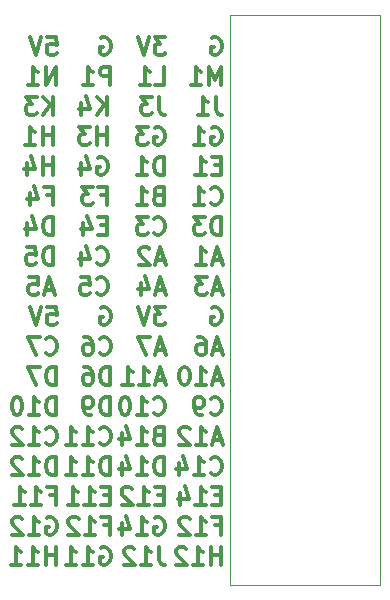
<source format=gbr>
%TF.GenerationSoftware,KiCad,Pcbnew,7.0.9*%
%TF.CreationDate,2024-12-09T19:17:55-07:00*%
%TF.ProjectId,Extender_Board,45787465-6e64-4657-925f-426f6172642e,rev?*%
%TF.SameCoordinates,Original*%
%TF.FileFunction,Legend,Bot*%
%TF.FilePolarity,Positive*%
%FSLAX46Y46*%
G04 Gerber Fmt 4.6, Leading zero omitted, Abs format (unit mm)*
G04 Created by KiCad (PCBNEW 7.0.9) date 2024-12-09 19:17:55*
%MOMM*%
%LPD*%
G01*
G04 APERTURE LIST*
%ADD10C,0.300000*%
%ADD11C,0.100000*%
G04 APERTURE END LIST*
D10*
X114904346Y-77802828D02*
X113975774Y-77802828D01*
X113975774Y-77802828D02*
X114475774Y-78374257D01*
X114475774Y-78374257D02*
X114261489Y-78374257D01*
X114261489Y-78374257D02*
X114118632Y-78445685D01*
X114118632Y-78445685D02*
X114047203Y-78517114D01*
X114047203Y-78517114D02*
X113975774Y-78659971D01*
X113975774Y-78659971D02*
X113975774Y-79017114D01*
X113975774Y-79017114D02*
X114047203Y-79159971D01*
X114047203Y-79159971D02*
X114118632Y-79231400D01*
X114118632Y-79231400D02*
X114261489Y-79302828D01*
X114261489Y-79302828D02*
X114690060Y-79302828D01*
X114690060Y-79302828D02*
X114832917Y-79231400D01*
X114832917Y-79231400D02*
X114904346Y-79159971D01*
X113547203Y-77802828D02*
X113047203Y-79302828D01*
X113047203Y-79302828D02*
X112547203Y-77802828D01*
X119587489Y-93757114D02*
X119087489Y-93757114D01*
X118873203Y-94542828D02*
X119587489Y-94542828D01*
X119587489Y-94542828D02*
X119587489Y-93042828D01*
X119587489Y-93042828D02*
X118873203Y-93042828D01*
X117444631Y-94542828D02*
X118301774Y-94542828D01*
X117873203Y-94542828D02*
X117873203Y-93042828D01*
X117873203Y-93042828D02*
X118016060Y-93257114D01*
X118016060Y-93257114D02*
X118158917Y-93399971D01*
X118158917Y-93399971D02*
X118301774Y-93471400D01*
X116158918Y-93542828D02*
X116158918Y-94542828D01*
X116516060Y-92971400D02*
X116873203Y-94042828D01*
X116873203Y-94042828D02*
X115944632Y-94042828D01*
X118801774Y-77874257D02*
X118944632Y-77802828D01*
X118944632Y-77802828D02*
X119158917Y-77802828D01*
X119158917Y-77802828D02*
X119373203Y-77874257D01*
X119373203Y-77874257D02*
X119516060Y-78017114D01*
X119516060Y-78017114D02*
X119587489Y-78159971D01*
X119587489Y-78159971D02*
X119658917Y-78445685D01*
X119658917Y-78445685D02*
X119658917Y-78659971D01*
X119658917Y-78659971D02*
X119587489Y-78945685D01*
X119587489Y-78945685D02*
X119516060Y-79088542D01*
X119516060Y-79088542D02*
X119373203Y-79231400D01*
X119373203Y-79231400D02*
X119158917Y-79302828D01*
X119158917Y-79302828D02*
X119016060Y-79302828D01*
X119016060Y-79302828D02*
X118801774Y-79231400D01*
X118801774Y-79231400D02*
X118730346Y-79159971D01*
X118730346Y-79159971D02*
X118730346Y-78659971D01*
X118730346Y-78659971D02*
X119016060Y-78659971D01*
X118801774Y-62634257D02*
X118944632Y-62562828D01*
X118944632Y-62562828D02*
X119158917Y-62562828D01*
X119158917Y-62562828D02*
X119373203Y-62634257D01*
X119373203Y-62634257D02*
X119516060Y-62777114D01*
X119516060Y-62777114D02*
X119587489Y-62919971D01*
X119587489Y-62919971D02*
X119658917Y-63205685D01*
X119658917Y-63205685D02*
X119658917Y-63419971D01*
X119658917Y-63419971D02*
X119587489Y-63705685D01*
X119587489Y-63705685D02*
X119516060Y-63848542D01*
X119516060Y-63848542D02*
X119373203Y-63991400D01*
X119373203Y-63991400D02*
X119158917Y-64062828D01*
X119158917Y-64062828D02*
X119016060Y-64062828D01*
X119016060Y-64062828D02*
X118801774Y-63991400D01*
X118801774Y-63991400D02*
X118730346Y-63919971D01*
X118730346Y-63919971D02*
X118730346Y-63419971D01*
X118730346Y-63419971D02*
X119016060Y-63419971D01*
X117301774Y-64062828D02*
X118158917Y-64062828D01*
X117730346Y-64062828D02*
X117730346Y-62562828D01*
X117730346Y-62562828D02*
X117873203Y-62777114D01*
X117873203Y-62777114D02*
X118016060Y-62919971D01*
X118016060Y-62919971D02*
X118158917Y-62991400D01*
X104903203Y-54942828D02*
X105617489Y-54942828D01*
X105617489Y-54942828D02*
X105688917Y-55657114D01*
X105688917Y-55657114D02*
X105617489Y-55585685D01*
X105617489Y-55585685D02*
X105474632Y-55514257D01*
X105474632Y-55514257D02*
X105117489Y-55514257D01*
X105117489Y-55514257D02*
X104974632Y-55585685D01*
X104974632Y-55585685D02*
X104903203Y-55657114D01*
X104903203Y-55657114D02*
X104831774Y-55799971D01*
X104831774Y-55799971D02*
X104831774Y-56157114D01*
X104831774Y-56157114D02*
X104903203Y-56299971D01*
X104903203Y-56299971D02*
X104974632Y-56371400D01*
X104974632Y-56371400D02*
X105117489Y-56442828D01*
X105117489Y-56442828D02*
X105474632Y-56442828D01*
X105474632Y-56442828D02*
X105617489Y-56371400D01*
X105617489Y-56371400D02*
X105688917Y-56299971D01*
X104403203Y-54942828D02*
X103903203Y-56442828D01*
X103903203Y-56442828D02*
X103403203Y-54942828D01*
X119087489Y-96297114D02*
X119587489Y-96297114D01*
X119587489Y-97082828D02*
X119587489Y-95582828D01*
X119587489Y-95582828D02*
X118873203Y-95582828D01*
X117516060Y-97082828D02*
X118373203Y-97082828D01*
X117944632Y-97082828D02*
X117944632Y-95582828D01*
X117944632Y-95582828D02*
X118087489Y-95797114D01*
X118087489Y-95797114D02*
X118230346Y-95939971D01*
X118230346Y-95939971D02*
X118373203Y-96011400D01*
X116944632Y-95725685D02*
X116873204Y-95654257D01*
X116873204Y-95654257D02*
X116730347Y-95582828D01*
X116730347Y-95582828D02*
X116373204Y-95582828D01*
X116373204Y-95582828D02*
X116230347Y-95654257D01*
X116230347Y-95654257D02*
X116158918Y-95725685D01*
X116158918Y-95725685D02*
X116087489Y-95868542D01*
X116087489Y-95868542D02*
X116087489Y-96011400D01*
X116087489Y-96011400D02*
X116158918Y-96225685D01*
X116158918Y-96225685D02*
X117016061Y-97082828D01*
X117016061Y-97082828D02*
X116087489Y-97082828D01*
X110189489Y-58982828D02*
X110189489Y-57482828D01*
X110189489Y-57482828D02*
X109618060Y-57482828D01*
X109618060Y-57482828D02*
X109475203Y-57554257D01*
X109475203Y-57554257D02*
X109403774Y-57625685D01*
X109403774Y-57625685D02*
X109332346Y-57768542D01*
X109332346Y-57768542D02*
X109332346Y-57982828D01*
X109332346Y-57982828D02*
X109403774Y-58125685D01*
X109403774Y-58125685D02*
X109475203Y-58197114D01*
X109475203Y-58197114D02*
X109618060Y-58268542D01*
X109618060Y-58268542D02*
X110189489Y-58268542D01*
X107903774Y-58982828D02*
X108760917Y-58982828D01*
X108332346Y-58982828D02*
X108332346Y-57482828D01*
X108332346Y-57482828D02*
X108475203Y-57697114D01*
X108475203Y-57697114D02*
X108618060Y-57839971D01*
X108618060Y-57839971D02*
X108760917Y-57911400D01*
X118730346Y-68999971D02*
X118801774Y-69071400D01*
X118801774Y-69071400D02*
X119016060Y-69142828D01*
X119016060Y-69142828D02*
X119158917Y-69142828D01*
X119158917Y-69142828D02*
X119373203Y-69071400D01*
X119373203Y-69071400D02*
X119516060Y-68928542D01*
X119516060Y-68928542D02*
X119587489Y-68785685D01*
X119587489Y-68785685D02*
X119658917Y-68499971D01*
X119658917Y-68499971D02*
X119658917Y-68285685D01*
X119658917Y-68285685D02*
X119587489Y-67999971D01*
X119587489Y-67999971D02*
X119516060Y-67857114D01*
X119516060Y-67857114D02*
X119373203Y-67714257D01*
X119373203Y-67714257D02*
X119158917Y-67642828D01*
X119158917Y-67642828D02*
X119016060Y-67642828D01*
X119016060Y-67642828D02*
X118801774Y-67714257D01*
X118801774Y-67714257D02*
X118730346Y-67785685D01*
X117301774Y-69142828D02*
X118158917Y-69142828D01*
X117730346Y-69142828D02*
X117730346Y-67642828D01*
X117730346Y-67642828D02*
X117873203Y-67857114D01*
X117873203Y-67857114D02*
X118016060Y-67999971D01*
X118016060Y-67999971D02*
X118158917Y-68071400D01*
X109403774Y-77874257D02*
X109546632Y-77802828D01*
X109546632Y-77802828D02*
X109760917Y-77802828D01*
X109760917Y-77802828D02*
X109975203Y-77874257D01*
X109975203Y-77874257D02*
X110118060Y-78017114D01*
X110118060Y-78017114D02*
X110189489Y-78159971D01*
X110189489Y-78159971D02*
X110260917Y-78445685D01*
X110260917Y-78445685D02*
X110260917Y-78659971D01*
X110260917Y-78659971D02*
X110189489Y-78945685D01*
X110189489Y-78945685D02*
X110118060Y-79088542D01*
X110118060Y-79088542D02*
X109975203Y-79231400D01*
X109975203Y-79231400D02*
X109760917Y-79302828D01*
X109760917Y-79302828D02*
X109618060Y-79302828D01*
X109618060Y-79302828D02*
X109403774Y-79231400D01*
X109403774Y-79231400D02*
X109332346Y-79159971D01*
X109332346Y-79159971D02*
X109332346Y-78659971D01*
X109332346Y-78659971D02*
X109618060Y-78659971D01*
X119658917Y-76334257D02*
X118944632Y-76334257D01*
X119801774Y-76762828D02*
X119301774Y-75262828D01*
X119301774Y-75262828D02*
X118801774Y-76762828D01*
X118444632Y-75262828D02*
X117516060Y-75262828D01*
X117516060Y-75262828D02*
X118016060Y-75834257D01*
X118016060Y-75834257D02*
X117801775Y-75834257D01*
X117801775Y-75834257D02*
X117658918Y-75905685D01*
X117658918Y-75905685D02*
X117587489Y-75977114D01*
X117587489Y-75977114D02*
X117516060Y-76119971D01*
X117516060Y-76119971D02*
X117516060Y-76477114D01*
X117516060Y-76477114D02*
X117587489Y-76619971D01*
X117587489Y-76619971D02*
X117658918Y-76691400D01*
X117658918Y-76691400D02*
X117801775Y-76762828D01*
X117801775Y-76762828D02*
X118230346Y-76762828D01*
X118230346Y-76762828D02*
X118373203Y-76691400D01*
X118373203Y-76691400D02*
X118444632Y-76619971D01*
X105617489Y-58982828D02*
X105617489Y-57482828D01*
X105617489Y-57482828D02*
X104760346Y-58982828D01*
X104760346Y-58982828D02*
X104760346Y-57482828D01*
X103260345Y-58982828D02*
X104117488Y-58982828D01*
X103688917Y-58982828D02*
X103688917Y-57482828D01*
X103688917Y-57482828D02*
X103831774Y-57697114D01*
X103831774Y-57697114D02*
X103974631Y-57839971D01*
X103974631Y-57839971D02*
X104117488Y-57911400D01*
X104903203Y-77802828D02*
X105617489Y-77802828D01*
X105617489Y-77802828D02*
X105688917Y-78517114D01*
X105688917Y-78517114D02*
X105617489Y-78445685D01*
X105617489Y-78445685D02*
X105474632Y-78374257D01*
X105474632Y-78374257D02*
X105117489Y-78374257D01*
X105117489Y-78374257D02*
X104974632Y-78445685D01*
X104974632Y-78445685D02*
X104903203Y-78517114D01*
X104903203Y-78517114D02*
X104831774Y-78659971D01*
X104831774Y-78659971D02*
X104831774Y-79017114D01*
X104831774Y-79017114D02*
X104903203Y-79159971D01*
X104903203Y-79159971D02*
X104974632Y-79231400D01*
X104974632Y-79231400D02*
X105117489Y-79302828D01*
X105117489Y-79302828D02*
X105474632Y-79302828D01*
X105474632Y-79302828D02*
X105617489Y-79231400D01*
X105617489Y-79231400D02*
X105688917Y-79159971D01*
X104403203Y-77802828D02*
X103903203Y-79302828D01*
X103903203Y-79302828D02*
X103403203Y-77802828D01*
X119587489Y-99622828D02*
X119587489Y-98122828D01*
X119587489Y-98837114D02*
X118730346Y-98837114D01*
X118730346Y-99622828D02*
X118730346Y-98122828D01*
X117230345Y-99622828D02*
X118087488Y-99622828D01*
X117658917Y-99622828D02*
X117658917Y-98122828D01*
X117658917Y-98122828D02*
X117801774Y-98337114D01*
X117801774Y-98337114D02*
X117944631Y-98479971D01*
X117944631Y-98479971D02*
X118087488Y-98551400D01*
X116658917Y-98265685D02*
X116587489Y-98194257D01*
X116587489Y-98194257D02*
X116444632Y-98122828D01*
X116444632Y-98122828D02*
X116087489Y-98122828D01*
X116087489Y-98122828D02*
X115944632Y-98194257D01*
X115944632Y-98194257D02*
X115873203Y-98265685D01*
X115873203Y-98265685D02*
X115801774Y-98408542D01*
X115801774Y-98408542D02*
X115801774Y-98551400D01*
X115801774Y-98551400D02*
X115873203Y-98765685D01*
X115873203Y-98765685D02*
X116730346Y-99622828D01*
X116730346Y-99622828D02*
X115801774Y-99622828D01*
X119658917Y-81414257D02*
X118944632Y-81414257D01*
X119801774Y-81842828D02*
X119301774Y-80342828D01*
X119301774Y-80342828D02*
X118801774Y-81842828D01*
X117658918Y-80342828D02*
X117944632Y-80342828D01*
X117944632Y-80342828D02*
X118087489Y-80414257D01*
X118087489Y-80414257D02*
X118158918Y-80485685D01*
X118158918Y-80485685D02*
X118301775Y-80699971D01*
X118301775Y-80699971D02*
X118373203Y-80985685D01*
X118373203Y-80985685D02*
X118373203Y-81557114D01*
X118373203Y-81557114D02*
X118301775Y-81699971D01*
X118301775Y-81699971D02*
X118230346Y-81771400D01*
X118230346Y-81771400D02*
X118087489Y-81842828D01*
X118087489Y-81842828D02*
X117801775Y-81842828D01*
X117801775Y-81842828D02*
X117658918Y-81771400D01*
X117658918Y-81771400D02*
X117587489Y-81699971D01*
X117587489Y-81699971D02*
X117516060Y-81557114D01*
X117516060Y-81557114D02*
X117516060Y-81199971D01*
X117516060Y-81199971D02*
X117587489Y-81057114D01*
X117587489Y-81057114D02*
X117658918Y-80985685D01*
X117658918Y-80985685D02*
X117801775Y-80914257D01*
X117801775Y-80914257D02*
X118087489Y-80914257D01*
X118087489Y-80914257D02*
X118230346Y-80985685D01*
X118230346Y-80985685D02*
X118301775Y-81057114D01*
X118301775Y-81057114D02*
X118373203Y-81199971D01*
X119587489Y-65817114D02*
X119087489Y-65817114D01*
X118873203Y-66602828D02*
X119587489Y-66602828D01*
X119587489Y-66602828D02*
X119587489Y-65102828D01*
X119587489Y-65102828D02*
X118873203Y-65102828D01*
X117444631Y-66602828D02*
X118301774Y-66602828D01*
X117873203Y-66602828D02*
X117873203Y-65102828D01*
X117873203Y-65102828D02*
X118016060Y-65317114D01*
X118016060Y-65317114D02*
X118158917Y-65459971D01*
X118158917Y-65459971D02*
X118301774Y-65531400D01*
X109403774Y-55014257D02*
X109546632Y-54942828D01*
X109546632Y-54942828D02*
X109760917Y-54942828D01*
X109760917Y-54942828D02*
X109975203Y-55014257D01*
X109975203Y-55014257D02*
X110118060Y-55157114D01*
X110118060Y-55157114D02*
X110189489Y-55299971D01*
X110189489Y-55299971D02*
X110260917Y-55585685D01*
X110260917Y-55585685D02*
X110260917Y-55799971D01*
X110260917Y-55799971D02*
X110189489Y-56085685D01*
X110189489Y-56085685D02*
X110118060Y-56228542D01*
X110118060Y-56228542D02*
X109975203Y-56371400D01*
X109975203Y-56371400D02*
X109760917Y-56442828D01*
X109760917Y-56442828D02*
X109618060Y-56442828D01*
X109618060Y-56442828D02*
X109403774Y-56371400D01*
X109403774Y-56371400D02*
X109332346Y-56299971D01*
X109332346Y-56299971D02*
X109332346Y-55799971D01*
X109332346Y-55799971D02*
X109618060Y-55799971D01*
X119658917Y-89034257D02*
X118944632Y-89034257D01*
X119801774Y-89462828D02*
X119301774Y-87962828D01*
X119301774Y-87962828D02*
X118801774Y-89462828D01*
X117516060Y-89462828D02*
X118373203Y-89462828D01*
X117944632Y-89462828D02*
X117944632Y-87962828D01*
X117944632Y-87962828D02*
X118087489Y-88177114D01*
X118087489Y-88177114D02*
X118230346Y-88319971D01*
X118230346Y-88319971D02*
X118373203Y-88391400D01*
X116944632Y-88105685D02*
X116873204Y-88034257D01*
X116873204Y-88034257D02*
X116730347Y-87962828D01*
X116730347Y-87962828D02*
X116373204Y-87962828D01*
X116373204Y-87962828D02*
X116230347Y-88034257D01*
X116230347Y-88034257D02*
X116158918Y-88105685D01*
X116158918Y-88105685D02*
X116087489Y-88248542D01*
X116087489Y-88248542D02*
X116087489Y-88391400D01*
X116087489Y-88391400D02*
X116158918Y-88605685D01*
X116158918Y-88605685D02*
X117016061Y-89462828D01*
X117016061Y-89462828D02*
X116087489Y-89462828D01*
X114904346Y-54942828D02*
X113975774Y-54942828D01*
X113975774Y-54942828D02*
X114475774Y-55514257D01*
X114475774Y-55514257D02*
X114261489Y-55514257D01*
X114261489Y-55514257D02*
X114118632Y-55585685D01*
X114118632Y-55585685D02*
X114047203Y-55657114D01*
X114047203Y-55657114D02*
X113975774Y-55799971D01*
X113975774Y-55799971D02*
X113975774Y-56157114D01*
X113975774Y-56157114D02*
X114047203Y-56299971D01*
X114047203Y-56299971D02*
X114118632Y-56371400D01*
X114118632Y-56371400D02*
X114261489Y-56442828D01*
X114261489Y-56442828D02*
X114690060Y-56442828D01*
X114690060Y-56442828D02*
X114832917Y-56371400D01*
X114832917Y-56371400D02*
X114904346Y-56299971D01*
X113547203Y-54942828D02*
X113047203Y-56442828D01*
X113047203Y-56442828D02*
X112547203Y-54942828D01*
X119658917Y-73794257D02*
X118944632Y-73794257D01*
X119801774Y-74222828D02*
X119301774Y-72722828D01*
X119301774Y-72722828D02*
X118801774Y-74222828D01*
X117516060Y-74222828D02*
X118373203Y-74222828D01*
X117944632Y-74222828D02*
X117944632Y-72722828D01*
X117944632Y-72722828D02*
X118087489Y-72937114D01*
X118087489Y-72937114D02*
X118230346Y-73079971D01*
X118230346Y-73079971D02*
X118373203Y-73151400D01*
X119158917Y-60022828D02*
X119158917Y-61094257D01*
X119158917Y-61094257D02*
X119230346Y-61308542D01*
X119230346Y-61308542D02*
X119373203Y-61451400D01*
X119373203Y-61451400D02*
X119587489Y-61522828D01*
X119587489Y-61522828D02*
X119730346Y-61522828D01*
X117658917Y-61522828D02*
X118516060Y-61522828D01*
X118087489Y-61522828D02*
X118087489Y-60022828D01*
X118087489Y-60022828D02*
X118230346Y-60237114D01*
X118230346Y-60237114D02*
X118373203Y-60379971D01*
X118373203Y-60379971D02*
X118516060Y-60451400D01*
X118730346Y-91859971D02*
X118801774Y-91931400D01*
X118801774Y-91931400D02*
X119016060Y-92002828D01*
X119016060Y-92002828D02*
X119158917Y-92002828D01*
X119158917Y-92002828D02*
X119373203Y-91931400D01*
X119373203Y-91931400D02*
X119516060Y-91788542D01*
X119516060Y-91788542D02*
X119587489Y-91645685D01*
X119587489Y-91645685D02*
X119658917Y-91359971D01*
X119658917Y-91359971D02*
X119658917Y-91145685D01*
X119658917Y-91145685D02*
X119587489Y-90859971D01*
X119587489Y-90859971D02*
X119516060Y-90717114D01*
X119516060Y-90717114D02*
X119373203Y-90574257D01*
X119373203Y-90574257D02*
X119158917Y-90502828D01*
X119158917Y-90502828D02*
X119016060Y-90502828D01*
X119016060Y-90502828D02*
X118801774Y-90574257D01*
X118801774Y-90574257D02*
X118730346Y-90645685D01*
X117301774Y-92002828D02*
X118158917Y-92002828D01*
X117730346Y-92002828D02*
X117730346Y-90502828D01*
X117730346Y-90502828D02*
X117873203Y-90717114D01*
X117873203Y-90717114D02*
X118016060Y-90859971D01*
X118016060Y-90859971D02*
X118158917Y-90931400D01*
X116016061Y-91002828D02*
X116016061Y-92002828D01*
X116373203Y-90431400D02*
X116730346Y-91502828D01*
X116730346Y-91502828D02*
X115801775Y-91502828D01*
X118730346Y-86779971D02*
X118801774Y-86851400D01*
X118801774Y-86851400D02*
X119016060Y-86922828D01*
X119016060Y-86922828D02*
X119158917Y-86922828D01*
X119158917Y-86922828D02*
X119373203Y-86851400D01*
X119373203Y-86851400D02*
X119516060Y-86708542D01*
X119516060Y-86708542D02*
X119587489Y-86565685D01*
X119587489Y-86565685D02*
X119658917Y-86279971D01*
X119658917Y-86279971D02*
X119658917Y-86065685D01*
X119658917Y-86065685D02*
X119587489Y-85779971D01*
X119587489Y-85779971D02*
X119516060Y-85637114D01*
X119516060Y-85637114D02*
X119373203Y-85494257D01*
X119373203Y-85494257D02*
X119158917Y-85422828D01*
X119158917Y-85422828D02*
X119016060Y-85422828D01*
X119016060Y-85422828D02*
X118801774Y-85494257D01*
X118801774Y-85494257D02*
X118730346Y-85565685D01*
X118016060Y-86922828D02*
X117730346Y-86922828D01*
X117730346Y-86922828D02*
X117587489Y-86851400D01*
X117587489Y-86851400D02*
X117516060Y-86779971D01*
X117516060Y-86779971D02*
X117373203Y-86565685D01*
X117373203Y-86565685D02*
X117301774Y-86279971D01*
X117301774Y-86279971D02*
X117301774Y-85708542D01*
X117301774Y-85708542D02*
X117373203Y-85565685D01*
X117373203Y-85565685D02*
X117444632Y-85494257D01*
X117444632Y-85494257D02*
X117587489Y-85422828D01*
X117587489Y-85422828D02*
X117873203Y-85422828D01*
X117873203Y-85422828D02*
X118016060Y-85494257D01*
X118016060Y-85494257D02*
X118087489Y-85565685D01*
X118087489Y-85565685D02*
X118158917Y-85708542D01*
X118158917Y-85708542D02*
X118158917Y-86065685D01*
X118158917Y-86065685D02*
X118087489Y-86208542D01*
X118087489Y-86208542D02*
X118016060Y-86279971D01*
X118016060Y-86279971D02*
X117873203Y-86351400D01*
X117873203Y-86351400D02*
X117587489Y-86351400D01*
X117587489Y-86351400D02*
X117444632Y-86279971D01*
X117444632Y-86279971D02*
X117373203Y-86208542D01*
X117373203Y-86208542D02*
X117301774Y-86065685D01*
X119587489Y-71682828D02*
X119587489Y-70182828D01*
X119587489Y-70182828D02*
X119230346Y-70182828D01*
X119230346Y-70182828D02*
X119016060Y-70254257D01*
X119016060Y-70254257D02*
X118873203Y-70397114D01*
X118873203Y-70397114D02*
X118801774Y-70539971D01*
X118801774Y-70539971D02*
X118730346Y-70825685D01*
X118730346Y-70825685D02*
X118730346Y-71039971D01*
X118730346Y-71039971D02*
X118801774Y-71325685D01*
X118801774Y-71325685D02*
X118873203Y-71468542D01*
X118873203Y-71468542D02*
X119016060Y-71611400D01*
X119016060Y-71611400D02*
X119230346Y-71682828D01*
X119230346Y-71682828D02*
X119587489Y-71682828D01*
X118230346Y-70182828D02*
X117301774Y-70182828D01*
X117301774Y-70182828D02*
X117801774Y-70754257D01*
X117801774Y-70754257D02*
X117587489Y-70754257D01*
X117587489Y-70754257D02*
X117444632Y-70825685D01*
X117444632Y-70825685D02*
X117373203Y-70897114D01*
X117373203Y-70897114D02*
X117301774Y-71039971D01*
X117301774Y-71039971D02*
X117301774Y-71397114D01*
X117301774Y-71397114D02*
X117373203Y-71539971D01*
X117373203Y-71539971D02*
X117444632Y-71611400D01*
X117444632Y-71611400D02*
X117587489Y-71682828D01*
X117587489Y-71682828D02*
X118016060Y-71682828D01*
X118016060Y-71682828D02*
X118158917Y-71611400D01*
X118158917Y-71611400D02*
X118230346Y-71539971D01*
X119587489Y-58982828D02*
X119587489Y-57482828D01*
X119587489Y-57482828D02*
X119087489Y-58554257D01*
X119087489Y-58554257D02*
X118587489Y-57482828D01*
X118587489Y-57482828D02*
X118587489Y-58982828D01*
X117087488Y-58982828D02*
X117944631Y-58982828D01*
X117516060Y-58982828D02*
X117516060Y-57482828D01*
X117516060Y-57482828D02*
X117658917Y-57697114D01*
X117658917Y-57697114D02*
X117801774Y-57839971D01*
X117801774Y-57839971D02*
X117944631Y-57911400D01*
X114047203Y-58982828D02*
X114761489Y-58982828D01*
X114761489Y-58982828D02*
X114761489Y-57482828D01*
X112761488Y-58982828D02*
X113618631Y-58982828D01*
X113190060Y-58982828D02*
X113190060Y-57482828D01*
X113190060Y-57482828D02*
X113332917Y-57697114D01*
X113332917Y-57697114D02*
X113475774Y-57839971D01*
X113475774Y-57839971D02*
X113618631Y-57911400D01*
X119658917Y-83954257D02*
X118944632Y-83954257D01*
X119801774Y-84382828D02*
X119301774Y-82882828D01*
X119301774Y-82882828D02*
X118801774Y-84382828D01*
X117516060Y-84382828D02*
X118373203Y-84382828D01*
X117944632Y-84382828D02*
X117944632Y-82882828D01*
X117944632Y-82882828D02*
X118087489Y-83097114D01*
X118087489Y-83097114D02*
X118230346Y-83239971D01*
X118230346Y-83239971D02*
X118373203Y-83311400D01*
X116587489Y-82882828D02*
X116444632Y-82882828D01*
X116444632Y-82882828D02*
X116301775Y-82954257D01*
X116301775Y-82954257D02*
X116230347Y-83025685D01*
X116230347Y-83025685D02*
X116158918Y-83168542D01*
X116158918Y-83168542D02*
X116087489Y-83454257D01*
X116087489Y-83454257D02*
X116087489Y-83811400D01*
X116087489Y-83811400D02*
X116158918Y-84097114D01*
X116158918Y-84097114D02*
X116230347Y-84239971D01*
X116230347Y-84239971D02*
X116301775Y-84311400D01*
X116301775Y-84311400D02*
X116444632Y-84382828D01*
X116444632Y-84382828D02*
X116587489Y-84382828D01*
X116587489Y-84382828D02*
X116730347Y-84311400D01*
X116730347Y-84311400D02*
X116801775Y-84239971D01*
X116801775Y-84239971D02*
X116873204Y-84097114D01*
X116873204Y-84097114D02*
X116944632Y-83811400D01*
X116944632Y-83811400D02*
X116944632Y-83454257D01*
X116944632Y-83454257D02*
X116873204Y-83168542D01*
X116873204Y-83168542D02*
X116801775Y-83025685D01*
X116801775Y-83025685D02*
X116730347Y-82954257D01*
X116730347Y-82954257D02*
X116587489Y-82882828D01*
X118801774Y-55014257D02*
X118944632Y-54942828D01*
X118944632Y-54942828D02*
X119158917Y-54942828D01*
X119158917Y-54942828D02*
X119373203Y-55014257D01*
X119373203Y-55014257D02*
X119516060Y-55157114D01*
X119516060Y-55157114D02*
X119587489Y-55299971D01*
X119587489Y-55299971D02*
X119658917Y-55585685D01*
X119658917Y-55585685D02*
X119658917Y-55799971D01*
X119658917Y-55799971D02*
X119587489Y-56085685D01*
X119587489Y-56085685D02*
X119516060Y-56228542D01*
X119516060Y-56228542D02*
X119373203Y-56371400D01*
X119373203Y-56371400D02*
X119158917Y-56442828D01*
X119158917Y-56442828D02*
X119016060Y-56442828D01*
X119016060Y-56442828D02*
X118801774Y-56371400D01*
X118801774Y-56371400D02*
X118730346Y-56299971D01*
X118730346Y-56299971D02*
X118730346Y-55799971D01*
X118730346Y-55799971D02*
X119016060Y-55799971D01*
X109403774Y-98194257D02*
X109546632Y-98122828D01*
X109546632Y-98122828D02*
X109760917Y-98122828D01*
X109760917Y-98122828D02*
X109975203Y-98194257D01*
X109975203Y-98194257D02*
X110118060Y-98337114D01*
X110118060Y-98337114D02*
X110189489Y-98479971D01*
X110189489Y-98479971D02*
X110260917Y-98765685D01*
X110260917Y-98765685D02*
X110260917Y-98979971D01*
X110260917Y-98979971D02*
X110189489Y-99265685D01*
X110189489Y-99265685D02*
X110118060Y-99408542D01*
X110118060Y-99408542D02*
X109975203Y-99551400D01*
X109975203Y-99551400D02*
X109760917Y-99622828D01*
X109760917Y-99622828D02*
X109618060Y-99622828D01*
X109618060Y-99622828D02*
X109403774Y-99551400D01*
X109403774Y-99551400D02*
X109332346Y-99479971D01*
X109332346Y-99479971D02*
X109332346Y-98979971D01*
X109332346Y-98979971D02*
X109618060Y-98979971D01*
X107903774Y-99622828D02*
X108760917Y-99622828D01*
X108332346Y-99622828D02*
X108332346Y-98122828D01*
X108332346Y-98122828D02*
X108475203Y-98337114D01*
X108475203Y-98337114D02*
X108618060Y-98479971D01*
X108618060Y-98479971D02*
X108760917Y-98551400D01*
X106475203Y-99622828D02*
X107332346Y-99622828D01*
X106903775Y-99622828D02*
X106903775Y-98122828D01*
X106903775Y-98122828D02*
X107046632Y-98337114D01*
X107046632Y-98337114D02*
X107189489Y-98479971D01*
X107189489Y-98479971D02*
X107332346Y-98551400D01*
X110189489Y-84382828D02*
X110189489Y-82882828D01*
X110189489Y-82882828D02*
X109832346Y-82882828D01*
X109832346Y-82882828D02*
X109618060Y-82954257D01*
X109618060Y-82954257D02*
X109475203Y-83097114D01*
X109475203Y-83097114D02*
X109403774Y-83239971D01*
X109403774Y-83239971D02*
X109332346Y-83525685D01*
X109332346Y-83525685D02*
X109332346Y-83739971D01*
X109332346Y-83739971D02*
X109403774Y-84025685D01*
X109403774Y-84025685D02*
X109475203Y-84168542D01*
X109475203Y-84168542D02*
X109618060Y-84311400D01*
X109618060Y-84311400D02*
X109832346Y-84382828D01*
X109832346Y-84382828D02*
X110189489Y-84382828D01*
X108046632Y-82882828D02*
X108332346Y-82882828D01*
X108332346Y-82882828D02*
X108475203Y-82954257D01*
X108475203Y-82954257D02*
X108546632Y-83025685D01*
X108546632Y-83025685D02*
X108689489Y-83239971D01*
X108689489Y-83239971D02*
X108760917Y-83525685D01*
X108760917Y-83525685D02*
X108760917Y-84097114D01*
X108760917Y-84097114D02*
X108689489Y-84239971D01*
X108689489Y-84239971D02*
X108618060Y-84311400D01*
X108618060Y-84311400D02*
X108475203Y-84382828D01*
X108475203Y-84382828D02*
X108189489Y-84382828D01*
X108189489Y-84382828D02*
X108046632Y-84311400D01*
X108046632Y-84311400D02*
X107975203Y-84239971D01*
X107975203Y-84239971D02*
X107903774Y-84097114D01*
X107903774Y-84097114D02*
X107903774Y-83739971D01*
X107903774Y-83739971D02*
X107975203Y-83597114D01*
X107975203Y-83597114D02*
X108046632Y-83525685D01*
X108046632Y-83525685D02*
X108189489Y-83454257D01*
X108189489Y-83454257D02*
X108475203Y-83454257D01*
X108475203Y-83454257D02*
X108618060Y-83525685D01*
X108618060Y-83525685D02*
X108689489Y-83597114D01*
X108689489Y-83597114D02*
X108760917Y-83739971D01*
X104863489Y-68357114D02*
X105363489Y-68357114D01*
X105363489Y-69142828D02*
X105363489Y-67642828D01*
X105363489Y-67642828D02*
X104649203Y-67642828D01*
X103434918Y-68142828D02*
X103434918Y-69142828D01*
X103792060Y-67571400D02*
X104149203Y-68642828D01*
X104149203Y-68642828D02*
X103220632Y-68642828D01*
X114332917Y-98122828D02*
X114332917Y-99194257D01*
X114332917Y-99194257D02*
X114404346Y-99408542D01*
X114404346Y-99408542D02*
X114547203Y-99551400D01*
X114547203Y-99551400D02*
X114761489Y-99622828D01*
X114761489Y-99622828D02*
X114904346Y-99622828D01*
X112832917Y-99622828D02*
X113690060Y-99622828D01*
X113261489Y-99622828D02*
X113261489Y-98122828D01*
X113261489Y-98122828D02*
X113404346Y-98337114D01*
X113404346Y-98337114D02*
X113547203Y-98479971D01*
X113547203Y-98479971D02*
X113690060Y-98551400D01*
X112261489Y-98265685D02*
X112190061Y-98194257D01*
X112190061Y-98194257D02*
X112047204Y-98122828D01*
X112047204Y-98122828D02*
X111690061Y-98122828D01*
X111690061Y-98122828D02*
X111547204Y-98194257D01*
X111547204Y-98194257D02*
X111475775Y-98265685D01*
X111475775Y-98265685D02*
X111404346Y-98408542D01*
X111404346Y-98408542D02*
X111404346Y-98551400D01*
X111404346Y-98551400D02*
X111475775Y-98765685D01*
X111475775Y-98765685D02*
X112332918Y-99622828D01*
X112332918Y-99622828D02*
X111404346Y-99622828D01*
X105363489Y-61522828D02*
X105363489Y-60022828D01*
X104506346Y-61522828D02*
X105149203Y-60665685D01*
X104506346Y-60022828D02*
X105363489Y-60879971D01*
X104006346Y-60022828D02*
X103077774Y-60022828D01*
X103077774Y-60022828D02*
X103577774Y-60594257D01*
X103577774Y-60594257D02*
X103363489Y-60594257D01*
X103363489Y-60594257D02*
X103220632Y-60665685D01*
X103220632Y-60665685D02*
X103149203Y-60737114D01*
X103149203Y-60737114D02*
X103077774Y-60879971D01*
X103077774Y-60879971D02*
X103077774Y-61237114D01*
X103077774Y-61237114D02*
X103149203Y-61379971D01*
X103149203Y-61379971D02*
X103220632Y-61451400D01*
X103220632Y-61451400D02*
X103363489Y-61522828D01*
X103363489Y-61522828D02*
X103792060Y-61522828D01*
X103792060Y-61522828D02*
X103934917Y-61451400D01*
X103934917Y-61451400D02*
X104006346Y-61379971D01*
X104760346Y-81699971D02*
X104831774Y-81771400D01*
X104831774Y-81771400D02*
X105046060Y-81842828D01*
X105046060Y-81842828D02*
X105188917Y-81842828D01*
X105188917Y-81842828D02*
X105403203Y-81771400D01*
X105403203Y-81771400D02*
X105546060Y-81628542D01*
X105546060Y-81628542D02*
X105617489Y-81485685D01*
X105617489Y-81485685D02*
X105688917Y-81199971D01*
X105688917Y-81199971D02*
X105688917Y-80985685D01*
X105688917Y-80985685D02*
X105617489Y-80699971D01*
X105617489Y-80699971D02*
X105546060Y-80557114D01*
X105546060Y-80557114D02*
X105403203Y-80414257D01*
X105403203Y-80414257D02*
X105188917Y-80342828D01*
X105188917Y-80342828D02*
X105046060Y-80342828D01*
X105046060Y-80342828D02*
X104831774Y-80414257D01*
X104831774Y-80414257D02*
X104760346Y-80485685D01*
X104260346Y-80342828D02*
X103260346Y-80342828D01*
X103260346Y-80342828D02*
X103903203Y-81842828D01*
X109332346Y-81699971D02*
X109403774Y-81771400D01*
X109403774Y-81771400D02*
X109618060Y-81842828D01*
X109618060Y-81842828D02*
X109760917Y-81842828D01*
X109760917Y-81842828D02*
X109975203Y-81771400D01*
X109975203Y-81771400D02*
X110118060Y-81628542D01*
X110118060Y-81628542D02*
X110189489Y-81485685D01*
X110189489Y-81485685D02*
X110260917Y-81199971D01*
X110260917Y-81199971D02*
X110260917Y-80985685D01*
X110260917Y-80985685D02*
X110189489Y-80699971D01*
X110189489Y-80699971D02*
X110118060Y-80557114D01*
X110118060Y-80557114D02*
X109975203Y-80414257D01*
X109975203Y-80414257D02*
X109760917Y-80342828D01*
X109760917Y-80342828D02*
X109618060Y-80342828D01*
X109618060Y-80342828D02*
X109403774Y-80414257D01*
X109403774Y-80414257D02*
X109332346Y-80485685D01*
X108046632Y-80342828D02*
X108332346Y-80342828D01*
X108332346Y-80342828D02*
X108475203Y-80414257D01*
X108475203Y-80414257D02*
X108546632Y-80485685D01*
X108546632Y-80485685D02*
X108689489Y-80699971D01*
X108689489Y-80699971D02*
X108760917Y-80985685D01*
X108760917Y-80985685D02*
X108760917Y-81557114D01*
X108760917Y-81557114D02*
X108689489Y-81699971D01*
X108689489Y-81699971D02*
X108618060Y-81771400D01*
X108618060Y-81771400D02*
X108475203Y-81842828D01*
X108475203Y-81842828D02*
X108189489Y-81842828D01*
X108189489Y-81842828D02*
X108046632Y-81771400D01*
X108046632Y-81771400D02*
X107975203Y-81699971D01*
X107975203Y-81699971D02*
X107903774Y-81557114D01*
X107903774Y-81557114D02*
X107903774Y-81199971D01*
X107903774Y-81199971D02*
X107975203Y-81057114D01*
X107975203Y-81057114D02*
X108046632Y-80985685D01*
X108046632Y-80985685D02*
X108189489Y-80914257D01*
X108189489Y-80914257D02*
X108475203Y-80914257D01*
X108475203Y-80914257D02*
X108618060Y-80985685D01*
X108618060Y-80985685D02*
X108689489Y-81057114D01*
X108689489Y-81057114D02*
X108760917Y-81199971D01*
X114261489Y-88677114D02*
X114047203Y-88748542D01*
X114047203Y-88748542D02*
X113975774Y-88819971D01*
X113975774Y-88819971D02*
X113904346Y-88962828D01*
X113904346Y-88962828D02*
X113904346Y-89177114D01*
X113904346Y-89177114D02*
X113975774Y-89319971D01*
X113975774Y-89319971D02*
X114047203Y-89391400D01*
X114047203Y-89391400D02*
X114190060Y-89462828D01*
X114190060Y-89462828D02*
X114761489Y-89462828D01*
X114761489Y-89462828D02*
X114761489Y-87962828D01*
X114761489Y-87962828D02*
X114261489Y-87962828D01*
X114261489Y-87962828D02*
X114118632Y-88034257D01*
X114118632Y-88034257D02*
X114047203Y-88105685D01*
X114047203Y-88105685D02*
X113975774Y-88248542D01*
X113975774Y-88248542D02*
X113975774Y-88391400D01*
X113975774Y-88391400D02*
X114047203Y-88534257D01*
X114047203Y-88534257D02*
X114118632Y-88605685D01*
X114118632Y-88605685D02*
X114261489Y-88677114D01*
X114261489Y-88677114D02*
X114761489Y-88677114D01*
X112475774Y-89462828D02*
X113332917Y-89462828D01*
X112904346Y-89462828D02*
X112904346Y-87962828D01*
X112904346Y-87962828D02*
X113047203Y-88177114D01*
X113047203Y-88177114D02*
X113190060Y-88319971D01*
X113190060Y-88319971D02*
X113332917Y-88391400D01*
X111190061Y-88462828D02*
X111190061Y-89462828D01*
X111547203Y-87891400D02*
X111904346Y-88962828D01*
X111904346Y-88962828D02*
X110975775Y-88962828D01*
X105363489Y-74222828D02*
X105363489Y-72722828D01*
X105363489Y-72722828D02*
X105006346Y-72722828D01*
X105006346Y-72722828D02*
X104792060Y-72794257D01*
X104792060Y-72794257D02*
X104649203Y-72937114D01*
X104649203Y-72937114D02*
X104577774Y-73079971D01*
X104577774Y-73079971D02*
X104506346Y-73365685D01*
X104506346Y-73365685D02*
X104506346Y-73579971D01*
X104506346Y-73579971D02*
X104577774Y-73865685D01*
X104577774Y-73865685D02*
X104649203Y-74008542D01*
X104649203Y-74008542D02*
X104792060Y-74151400D01*
X104792060Y-74151400D02*
X105006346Y-74222828D01*
X105006346Y-74222828D02*
X105363489Y-74222828D01*
X103149203Y-72722828D02*
X103863489Y-72722828D01*
X103863489Y-72722828D02*
X103934917Y-73437114D01*
X103934917Y-73437114D02*
X103863489Y-73365685D01*
X103863489Y-73365685D02*
X103720632Y-73294257D01*
X103720632Y-73294257D02*
X103363489Y-73294257D01*
X103363489Y-73294257D02*
X103220632Y-73365685D01*
X103220632Y-73365685D02*
X103149203Y-73437114D01*
X103149203Y-73437114D02*
X103077774Y-73579971D01*
X103077774Y-73579971D02*
X103077774Y-73937114D01*
X103077774Y-73937114D02*
X103149203Y-74079971D01*
X103149203Y-74079971D02*
X103220632Y-74151400D01*
X103220632Y-74151400D02*
X103363489Y-74222828D01*
X103363489Y-74222828D02*
X103720632Y-74222828D01*
X103720632Y-74222828D02*
X103863489Y-74151400D01*
X103863489Y-74151400D02*
X103934917Y-74079971D01*
X114832917Y-83954257D02*
X114118632Y-83954257D01*
X114975774Y-84382828D02*
X114475774Y-82882828D01*
X114475774Y-82882828D02*
X113975774Y-84382828D01*
X112690060Y-84382828D02*
X113547203Y-84382828D01*
X113118632Y-84382828D02*
X113118632Y-82882828D01*
X113118632Y-82882828D02*
X113261489Y-83097114D01*
X113261489Y-83097114D02*
X113404346Y-83239971D01*
X113404346Y-83239971D02*
X113547203Y-83311400D01*
X111261489Y-84382828D02*
X112118632Y-84382828D01*
X111690061Y-84382828D02*
X111690061Y-82882828D01*
X111690061Y-82882828D02*
X111832918Y-83097114D01*
X111832918Y-83097114D02*
X111975775Y-83239971D01*
X111975775Y-83239971D02*
X112118632Y-83311400D01*
X113975774Y-95654257D02*
X114118632Y-95582828D01*
X114118632Y-95582828D02*
X114332917Y-95582828D01*
X114332917Y-95582828D02*
X114547203Y-95654257D01*
X114547203Y-95654257D02*
X114690060Y-95797114D01*
X114690060Y-95797114D02*
X114761489Y-95939971D01*
X114761489Y-95939971D02*
X114832917Y-96225685D01*
X114832917Y-96225685D02*
X114832917Y-96439971D01*
X114832917Y-96439971D02*
X114761489Y-96725685D01*
X114761489Y-96725685D02*
X114690060Y-96868542D01*
X114690060Y-96868542D02*
X114547203Y-97011400D01*
X114547203Y-97011400D02*
X114332917Y-97082828D01*
X114332917Y-97082828D02*
X114190060Y-97082828D01*
X114190060Y-97082828D02*
X113975774Y-97011400D01*
X113975774Y-97011400D02*
X113904346Y-96939971D01*
X113904346Y-96939971D02*
X113904346Y-96439971D01*
X113904346Y-96439971D02*
X114190060Y-96439971D01*
X112475774Y-97082828D02*
X113332917Y-97082828D01*
X112904346Y-97082828D02*
X112904346Y-95582828D01*
X112904346Y-95582828D02*
X113047203Y-95797114D01*
X113047203Y-95797114D02*
X113190060Y-95939971D01*
X113190060Y-95939971D02*
X113332917Y-96011400D01*
X111190061Y-96082828D02*
X111190061Y-97082828D01*
X111547203Y-95511400D02*
X111904346Y-96582828D01*
X111904346Y-96582828D02*
X110975775Y-96582828D01*
X104831774Y-95654257D02*
X104974632Y-95582828D01*
X104974632Y-95582828D02*
X105188917Y-95582828D01*
X105188917Y-95582828D02*
X105403203Y-95654257D01*
X105403203Y-95654257D02*
X105546060Y-95797114D01*
X105546060Y-95797114D02*
X105617489Y-95939971D01*
X105617489Y-95939971D02*
X105688917Y-96225685D01*
X105688917Y-96225685D02*
X105688917Y-96439971D01*
X105688917Y-96439971D02*
X105617489Y-96725685D01*
X105617489Y-96725685D02*
X105546060Y-96868542D01*
X105546060Y-96868542D02*
X105403203Y-97011400D01*
X105403203Y-97011400D02*
X105188917Y-97082828D01*
X105188917Y-97082828D02*
X105046060Y-97082828D01*
X105046060Y-97082828D02*
X104831774Y-97011400D01*
X104831774Y-97011400D02*
X104760346Y-96939971D01*
X104760346Y-96939971D02*
X104760346Y-96439971D01*
X104760346Y-96439971D02*
X105046060Y-96439971D01*
X103331774Y-97082828D02*
X104188917Y-97082828D01*
X103760346Y-97082828D02*
X103760346Y-95582828D01*
X103760346Y-95582828D02*
X103903203Y-95797114D01*
X103903203Y-95797114D02*
X104046060Y-95939971D01*
X104046060Y-95939971D02*
X104188917Y-96011400D01*
X102760346Y-95725685D02*
X102688918Y-95654257D01*
X102688918Y-95654257D02*
X102546061Y-95582828D01*
X102546061Y-95582828D02*
X102188918Y-95582828D01*
X102188918Y-95582828D02*
X102046061Y-95654257D01*
X102046061Y-95654257D02*
X101974632Y-95725685D01*
X101974632Y-95725685D02*
X101903203Y-95868542D01*
X101903203Y-95868542D02*
X101903203Y-96011400D01*
X101903203Y-96011400D02*
X101974632Y-96225685D01*
X101974632Y-96225685D02*
X102831775Y-97082828D01*
X102831775Y-97082828D02*
X101903203Y-97082828D01*
X105617489Y-99622828D02*
X105617489Y-98122828D01*
X105617489Y-98837114D02*
X104760346Y-98837114D01*
X104760346Y-99622828D02*
X104760346Y-98122828D01*
X103260345Y-99622828D02*
X104117488Y-99622828D01*
X103688917Y-99622828D02*
X103688917Y-98122828D01*
X103688917Y-98122828D02*
X103831774Y-98337114D01*
X103831774Y-98337114D02*
X103974631Y-98479971D01*
X103974631Y-98479971D02*
X104117488Y-98551400D01*
X101831774Y-99622828D02*
X102688917Y-99622828D01*
X102260346Y-99622828D02*
X102260346Y-98122828D01*
X102260346Y-98122828D02*
X102403203Y-98337114D01*
X102403203Y-98337114D02*
X102546060Y-98479971D01*
X102546060Y-98479971D02*
X102688917Y-98551400D01*
X110189489Y-93757114D02*
X109689489Y-93757114D01*
X109475203Y-94542828D02*
X110189489Y-94542828D01*
X110189489Y-94542828D02*
X110189489Y-93042828D01*
X110189489Y-93042828D02*
X109475203Y-93042828D01*
X108046631Y-94542828D02*
X108903774Y-94542828D01*
X108475203Y-94542828D02*
X108475203Y-93042828D01*
X108475203Y-93042828D02*
X108618060Y-93257114D01*
X108618060Y-93257114D02*
X108760917Y-93399971D01*
X108760917Y-93399971D02*
X108903774Y-93471400D01*
X106618060Y-94542828D02*
X107475203Y-94542828D01*
X107046632Y-94542828D02*
X107046632Y-93042828D01*
X107046632Y-93042828D02*
X107189489Y-93257114D01*
X107189489Y-93257114D02*
X107332346Y-93399971D01*
X107332346Y-93399971D02*
X107475203Y-93471400D01*
X105617489Y-86922828D02*
X105617489Y-85422828D01*
X105617489Y-85422828D02*
X105260346Y-85422828D01*
X105260346Y-85422828D02*
X105046060Y-85494257D01*
X105046060Y-85494257D02*
X104903203Y-85637114D01*
X104903203Y-85637114D02*
X104831774Y-85779971D01*
X104831774Y-85779971D02*
X104760346Y-86065685D01*
X104760346Y-86065685D02*
X104760346Y-86279971D01*
X104760346Y-86279971D02*
X104831774Y-86565685D01*
X104831774Y-86565685D02*
X104903203Y-86708542D01*
X104903203Y-86708542D02*
X105046060Y-86851400D01*
X105046060Y-86851400D02*
X105260346Y-86922828D01*
X105260346Y-86922828D02*
X105617489Y-86922828D01*
X103331774Y-86922828D02*
X104188917Y-86922828D01*
X103760346Y-86922828D02*
X103760346Y-85422828D01*
X103760346Y-85422828D02*
X103903203Y-85637114D01*
X103903203Y-85637114D02*
X104046060Y-85779971D01*
X104046060Y-85779971D02*
X104188917Y-85851400D01*
X102403203Y-85422828D02*
X102260346Y-85422828D01*
X102260346Y-85422828D02*
X102117489Y-85494257D01*
X102117489Y-85494257D02*
X102046061Y-85565685D01*
X102046061Y-85565685D02*
X101974632Y-85708542D01*
X101974632Y-85708542D02*
X101903203Y-85994257D01*
X101903203Y-85994257D02*
X101903203Y-86351400D01*
X101903203Y-86351400D02*
X101974632Y-86637114D01*
X101974632Y-86637114D02*
X102046061Y-86779971D01*
X102046061Y-86779971D02*
X102117489Y-86851400D01*
X102117489Y-86851400D02*
X102260346Y-86922828D01*
X102260346Y-86922828D02*
X102403203Y-86922828D01*
X102403203Y-86922828D02*
X102546061Y-86851400D01*
X102546061Y-86851400D02*
X102617489Y-86779971D01*
X102617489Y-86779971D02*
X102688918Y-86637114D01*
X102688918Y-86637114D02*
X102760346Y-86351400D01*
X102760346Y-86351400D02*
X102760346Y-85994257D01*
X102760346Y-85994257D02*
X102688918Y-85708542D01*
X102688918Y-85708542D02*
X102617489Y-85565685D01*
X102617489Y-85565685D02*
X102546061Y-85494257D01*
X102546061Y-85494257D02*
X102403203Y-85422828D01*
X114761489Y-93757114D02*
X114261489Y-93757114D01*
X114047203Y-94542828D02*
X114761489Y-94542828D01*
X114761489Y-94542828D02*
X114761489Y-93042828D01*
X114761489Y-93042828D02*
X114047203Y-93042828D01*
X112618631Y-94542828D02*
X113475774Y-94542828D01*
X113047203Y-94542828D02*
X113047203Y-93042828D01*
X113047203Y-93042828D02*
X113190060Y-93257114D01*
X113190060Y-93257114D02*
X113332917Y-93399971D01*
X113332917Y-93399971D02*
X113475774Y-93471400D01*
X112047203Y-93185685D02*
X111975775Y-93114257D01*
X111975775Y-93114257D02*
X111832918Y-93042828D01*
X111832918Y-93042828D02*
X111475775Y-93042828D01*
X111475775Y-93042828D02*
X111332918Y-93114257D01*
X111332918Y-93114257D02*
X111261489Y-93185685D01*
X111261489Y-93185685D02*
X111190060Y-93328542D01*
X111190060Y-93328542D02*
X111190060Y-93471400D01*
X111190060Y-93471400D02*
X111261489Y-93685685D01*
X111261489Y-93685685D02*
X112118632Y-94542828D01*
X112118632Y-94542828D02*
X111190060Y-94542828D01*
X110189489Y-92002828D02*
X110189489Y-90502828D01*
X110189489Y-90502828D02*
X109832346Y-90502828D01*
X109832346Y-90502828D02*
X109618060Y-90574257D01*
X109618060Y-90574257D02*
X109475203Y-90717114D01*
X109475203Y-90717114D02*
X109403774Y-90859971D01*
X109403774Y-90859971D02*
X109332346Y-91145685D01*
X109332346Y-91145685D02*
X109332346Y-91359971D01*
X109332346Y-91359971D02*
X109403774Y-91645685D01*
X109403774Y-91645685D02*
X109475203Y-91788542D01*
X109475203Y-91788542D02*
X109618060Y-91931400D01*
X109618060Y-91931400D02*
X109832346Y-92002828D01*
X109832346Y-92002828D02*
X110189489Y-92002828D01*
X107903774Y-92002828D02*
X108760917Y-92002828D01*
X108332346Y-92002828D02*
X108332346Y-90502828D01*
X108332346Y-90502828D02*
X108475203Y-90717114D01*
X108475203Y-90717114D02*
X108618060Y-90859971D01*
X108618060Y-90859971D02*
X108760917Y-90931400D01*
X106475203Y-92002828D02*
X107332346Y-92002828D01*
X106903775Y-92002828D02*
X106903775Y-90502828D01*
X106903775Y-90502828D02*
X107046632Y-90717114D01*
X107046632Y-90717114D02*
X107189489Y-90859971D01*
X107189489Y-90859971D02*
X107332346Y-90931400D01*
X105117489Y-93757114D02*
X105617489Y-93757114D01*
X105617489Y-94542828D02*
X105617489Y-93042828D01*
X105617489Y-93042828D02*
X104903203Y-93042828D01*
X103546060Y-94542828D02*
X104403203Y-94542828D01*
X103974632Y-94542828D02*
X103974632Y-93042828D01*
X103974632Y-93042828D02*
X104117489Y-93257114D01*
X104117489Y-93257114D02*
X104260346Y-93399971D01*
X104260346Y-93399971D02*
X104403203Y-93471400D01*
X102117489Y-94542828D02*
X102974632Y-94542828D01*
X102546061Y-94542828D02*
X102546061Y-93042828D01*
X102546061Y-93042828D02*
X102688918Y-93257114D01*
X102688918Y-93257114D02*
X102831775Y-93399971D01*
X102831775Y-93399971D02*
X102974632Y-93471400D01*
X114832917Y-81414257D02*
X114118632Y-81414257D01*
X114975774Y-81842828D02*
X114475774Y-80342828D01*
X114475774Y-80342828D02*
X113975774Y-81842828D01*
X113618632Y-80342828D02*
X112618632Y-80342828D01*
X112618632Y-80342828D02*
X113261489Y-81842828D01*
X105363489Y-71682828D02*
X105363489Y-70182828D01*
X105363489Y-70182828D02*
X105006346Y-70182828D01*
X105006346Y-70182828D02*
X104792060Y-70254257D01*
X104792060Y-70254257D02*
X104649203Y-70397114D01*
X104649203Y-70397114D02*
X104577774Y-70539971D01*
X104577774Y-70539971D02*
X104506346Y-70825685D01*
X104506346Y-70825685D02*
X104506346Y-71039971D01*
X104506346Y-71039971D02*
X104577774Y-71325685D01*
X104577774Y-71325685D02*
X104649203Y-71468542D01*
X104649203Y-71468542D02*
X104792060Y-71611400D01*
X104792060Y-71611400D02*
X105006346Y-71682828D01*
X105006346Y-71682828D02*
X105363489Y-71682828D01*
X103220632Y-70682828D02*
X103220632Y-71682828D01*
X103577774Y-70111400D02*
X103934917Y-71182828D01*
X103934917Y-71182828D02*
X103006346Y-71182828D01*
X105617489Y-92002828D02*
X105617489Y-90502828D01*
X105617489Y-90502828D02*
X105260346Y-90502828D01*
X105260346Y-90502828D02*
X105046060Y-90574257D01*
X105046060Y-90574257D02*
X104903203Y-90717114D01*
X104903203Y-90717114D02*
X104831774Y-90859971D01*
X104831774Y-90859971D02*
X104760346Y-91145685D01*
X104760346Y-91145685D02*
X104760346Y-91359971D01*
X104760346Y-91359971D02*
X104831774Y-91645685D01*
X104831774Y-91645685D02*
X104903203Y-91788542D01*
X104903203Y-91788542D02*
X105046060Y-91931400D01*
X105046060Y-91931400D02*
X105260346Y-92002828D01*
X105260346Y-92002828D02*
X105617489Y-92002828D01*
X103331774Y-92002828D02*
X104188917Y-92002828D01*
X103760346Y-92002828D02*
X103760346Y-90502828D01*
X103760346Y-90502828D02*
X103903203Y-90717114D01*
X103903203Y-90717114D02*
X104046060Y-90859971D01*
X104046060Y-90859971D02*
X104188917Y-90931400D01*
X102760346Y-90645685D02*
X102688918Y-90574257D01*
X102688918Y-90574257D02*
X102546061Y-90502828D01*
X102546061Y-90502828D02*
X102188918Y-90502828D01*
X102188918Y-90502828D02*
X102046061Y-90574257D01*
X102046061Y-90574257D02*
X101974632Y-90645685D01*
X101974632Y-90645685D02*
X101903203Y-90788542D01*
X101903203Y-90788542D02*
X101903203Y-90931400D01*
X101903203Y-90931400D02*
X101974632Y-91145685D01*
X101974632Y-91145685D02*
X102831775Y-92002828D01*
X102831775Y-92002828D02*
X101903203Y-92002828D01*
X109332346Y-89319971D02*
X109403774Y-89391400D01*
X109403774Y-89391400D02*
X109618060Y-89462828D01*
X109618060Y-89462828D02*
X109760917Y-89462828D01*
X109760917Y-89462828D02*
X109975203Y-89391400D01*
X109975203Y-89391400D02*
X110118060Y-89248542D01*
X110118060Y-89248542D02*
X110189489Y-89105685D01*
X110189489Y-89105685D02*
X110260917Y-88819971D01*
X110260917Y-88819971D02*
X110260917Y-88605685D01*
X110260917Y-88605685D02*
X110189489Y-88319971D01*
X110189489Y-88319971D02*
X110118060Y-88177114D01*
X110118060Y-88177114D02*
X109975203Y-88034257D01*
X109975203Y-88034257D02*
X109760917Y-87962828D01*
X109760917Y-87962828D02*
X109618060Y-87962828D01*
X109618060Y-87962828D02*
X109403774Y-88034257D01*
X109403774Y-88034257D02*
X109332346Y-88105685D01*
X107903774Y-89462828D02*
X108760917Y-89462828D01*
X108332346Y-89462828D02*
X108332346Y-87962828D01*
X108332346Y-87962828D02*
X108475203Y-88177114D01*
X108475203Y-88177114D02*
X108618060Y-88319971D01*
X108618060Y-88319971D02*
X108760917Y-88391400D01*
X106475203Y-89462828D02*
X107332346Y-89462828D01*
X106903775Y-89462828D02*
X106903775Y-87962828D01*
X106903775Y-87962828D02*
X107046632Y-88177114D01*
X107046632Y-88177114D02*
X107189489Y-88319971D01*
X107189489Y-88319971D02*
X107332346Y-88391400D01*
X110189489Y-86922828D02*
X110189489Y-85422828D01*
X110189489Y-85422828D02*
X109832346Y-85422828D01*
X109832346Y-85422828D02*
X109618060Y-85494257D01*
X109618060Y-85494257D02*
X109475203Y-85637114D01*
X109475203Y-85637114D02*
X109403774Y-85779971D01*
X109403774Y-85779971D02*
X109332346Y-86065685D01*
X109332346Y-86065685D02*
X109332346Y-86279971D01*
X109332346Y-86279971D02*
X109403774Y-86565685D01*
X109403774Y-86565685D02*
X109475203Y-86708542D01*
X109475203Y-86708542D02*
X109618060Y-86851400D01*
X109618060Y-86851400D02*
X109832346Y-86922828D01*
X109832346Y-86922828D02*
X110189489Y-86922828D01*
X108618060Y-86922828D02*
X108332346Y-86922828D01*
X108332346Y-86922828D02*
X108189489Y-86851400D01*
X108189489Y-86851400D02*
X108118060Y-86779971D01*
X108118060Y-86779971D02*
X107975203Y-86565685D01*
X107975203Y-86565685D02*
X107903774Y-86279971D01*
X107903774Y-86279971D02*
X107903774Y-85708542D01*
X107903774Y-85708542D02*
X107975203Y-85565685D01*
X107975203Y-85565685D02*
X108046632Y-85494257D01*
X108046632Y-85494257D02*
X108189489Y-85422828D01*
X108189489Y-85422828D02*
X108475203Y-85422828D01*
X108475203Y-85422828D02*
X108618060Y-85494257D01*
X108618060Y-85494257D02*
X108689489Y-85565685D01*
X108689489Y-85565685D02*
X108760917Y-85708542D01*
X108760917Y-85708542D02*
X108760917Y-86065685D01*
X108760917Y-86065685D02*
X108689489Y-86208542D01*
X108689489Y-86208542D02*
X108618060Y-86279971D01*
X108618060Y-86279971D02*
X108475203Y-86351400D01*
X108475203Y-86351400D02*
X108189489Y-86351400D01*
X108189489Y-86351400D02*
X108046632Y-86279971D01*
X108046632Y-86279971D02*
X107975203Y-86208542D01*
X107975203Y-86208542D02*
X107903774Y-86065685D01*
X105363489Y-64062828D02*
X105363489Y-62562828D01*
X105363489Y-63277114D02*
X104506346Y-63277114D01*
X104506346Y-64062828D02*
X104506346Y-62562828D01*
X103006345Y-64062828D02*
X103863488Y-64062828D01*
X103434917Y-64062828D02*
X103434917Y-62562828D01*
X103434917Y-62562828D02*
X103577774Y-62777114D01*
X103577774Y-62777114D02*
X103720631Y-62919971D01*
X103720631Y-62919971D02*
X103863488Y-62991400D01*
X113904346Y-86779971D02*
X113975774Y-86851400D01*
X113975774Y-86851400D02*
X114190060Y-86922828D01*
X114190060Y-86922828D02*
X114332917Y-86922828D01*
X114332917Y-86922828D02*
X114547203Y-86851400D01*
X114547203Y-86851400D02*
X114690060Y-86708542D01*
X114690060Y-86708542D02*
X114761489Y-86565685D01*
X114761489Y-86565685D02*
X114832917Y-86279971D01*
X114832917Y-86279971D02*
X114832917Y-86065685D01*
X114832917Y-86065685D02*
X114761489Y-85779971D01*
X114761489Y-85779971D02*
X114690060Y-85637114D01*
X114690060Y-85637114D02*
X114547203Y-85494257D01*
X114547203Y-85494257D02*
X114332917Y-85422828D01*
X114332917Y-85422828D02*
X114190060Y-85422828D01*
X114190060Y-85422828D02*
X113975774Y-85494257D01*
X113975774Y-85494257D02*
X113904346Y-85565685D01*
X112475774Y-86922828D02*
X113332917Y-86922828D01*
X112904346Y-86922828D02*
X112904346Y-85422828D01*
X112904346Y-85422828D02*
X113047203Y-85637114D01*
X113047203Y-85637114D02*
X113190060Y-85779971D01*
X113190060Y-85779971D02*
X113332917Y-85851400D01*
X111547203Y-85422828D02*
X111404346Y-85422828D01*
X111404346Y-85422828D02*
X111261489Y-85494257D01*
X111261489Y-85494257D02*
X111190061Y-85565685D01*
X111190061Y-85565685D02*
X111118632Y-85708542D01*
X111118632Y-85708542D02*
X111047203Y-85994257D01*
X111047203Y-85994257D02*
X111047203Y-86351400D01*
X111047203Y-86351400D02*
X111118632Y-86637114D01*
X111118632Y-86637114D02*
X111190061Y-86779971D01*
X111190061Y-86779971D02*
X111261489Y-86851400D01*
X111261489Y-86851400D02*
X111404346Y-86922828D01*
X111404346Y-86922828D02*
X111547203Y-86922828D01*
X111547203Y-86922828D02*
X111690061Y-86851400D01*
X111690061Y-86851400D02*
X111761489Y-86779971D01*
X111761489Y-86779971D02*
X111832918Y-86637114D01*
X111832918Y-86637114D02*
X111904346Y-86351400D01*
X111904346Y-86351400D02*
X111904346Y-85994257D01*
X111904346Y-85994257D02*
X111832918Y-85708542D01*
X111832918Y-85708542D02*
X111761489Y-85565685D01*
X111761489Y-85565685D02*
X111690061Y-85494257D01*
X111690061Y-85494257D02*
X111547203Y-85422828D01*
X114761489Y-92002828D02*
X114761489Y-90502828D01*
X114761489Y-90502828D02*
X114404346Y-90502828D01*
X114404346Y-90502828D02*
X114190060Y-90574257D01*
X114190060Y-90574257D02*
X114047203Y-90717114D01*
X114047203Y-90717114D02*
X113975774Y-90859971D01*
X113975774Y-90859971D02*
X113904346Y-91145685D01*
X113904346Y-91145685D02*
X113904346Y-91359971D01*
X113904346Y-91359971D02*
X113975774Y-91645685D01*
X113975774Y-91645685D02*
X114047203Y-91788542D01*
X114047203Y-91788542D02*
X114190060Y-91931400D01*
X114190060Y-91931400D02*
X114404346Y-92002828D01*
X114404346Y-92002828D02*
X114761489Y-92002828D01*
X112475774Y-92002828D02*
X113332917Y-92002828D01*
X112904346Y-92002828D02*
X112904346Y-90502828D01*
X112904346Y-90502828D02*
X113047203Y-90717114D01*
X113047203Y-90717114D02*
X113190060Y-90859971D01*
X113190060Y-90859971D02*
X113332917Y-90931400D01*
X111190061Y-91002828D02*
X111190061Y-92002828D01*
X111547203Y-90431400D02*
X111904346Y-91502828D01*
X111904346Y-91502828D02*
X110975775Y-91502828D01*
X104760346Y-89319971D02*
X104831774Y-89391400D01*
X104831774Y-89391400D02*
X105046060Y-89462828D01*
X105046060Y-89462828D02*
X105188917Y-89462828D01*
X105188917Y-89462828D02*
X105403203Y-89391400D01*
X105403203Y-89391400D02*
X105546060Y-89248542D01*
X105546060Y-89248542D02*
X105617489Y-89105685D01*
X105617489Y-89105685D02*
X105688917Y-88819971D01*
X105688917Y-88819971D02*
X105688917Y-88605685D01*
X105688917Y-88605685D02*
X105617489Y-88319971D01*
X105617489Y-88319971D02*
X105546060Y-88177114D01*
X105546060Y-88177114D02*
X105403203Y-88034257D01*
X105403203Y-88034257D02*
X105188917Y-87962828D01*
X105188917Y-87962828D02*
X105046060Y-87962828D01*
X105046060Y-87962828D02*
X104831774Y-88034257D01*
X104831774Y-88034257D02*
X104760346Y-88105685D01*
X103331774Y-89462828D02*
X104188917Y-89462828D01*
X103760346Y-89462828D02*
X103760346Y-87962828D01*
X103760346Y-87962828D02*
X103903203Y-88177114D01*
X103903203Y-88177114D02*
X104046060Y-88319971D01*
X104046060Y-88319971D02*
X104188917Y-88391400D01*
X102760346Y-88105685D02*
X102688918Y-88034257D01*
X102688918Y-88034257D02*
X102546061Y-87962828D01*
X102546061Y-87962828D02*
X102188918Y-87962828D01*
X102188918Y-87962828D02*
X102046061Y-88034257D01*
X102046061Y-88034257D02*
X101974632Y-88105685D01*
X101974632Y-88105685D02*
X101903203Y-88248542D01*
X101903203Y-88248542D02*
X101903203Y-88391400D01*
X101903203Y-88391400D02*
X101974632Y-88605685D01*
X101974632Y-88605685D02*
X102831775Y-89462828D01*
X102831775Y-89462828D02*
X101903203Y-89462828D01*
X105434917Y-76334257D02*
X104720632Y-76334257D01*
X105577774Y-76762828D02*
X105077774Y-75262828D01*
X105077774Y-75262828D02*
X104577774Y-76762828D01*
X103363489Y-75262828D02*
X104077775Y-75262828D01*
X104077775Y-75262828D02*
X104149203Y-75977114D01*
X104149203Y-75977114D02*
X104077775Y-75905685D01*
X104077775Y-75905685D02*
X103934918Y-75834257D01*
X103934918Y-75834257D02*
X103577775Y-75834257D01*
X103577775Y-75834257D02*
X103434918Y-75905685D01*
X103434918Y-75905685D02*
X103363489Y-75977114D01*
X103363489Y-75977114D02*
X103292060Y-76119971D01*
X103292060Y-76119971D02*
X103292060Y-76477114D01*
X103292060Y-76477114D02*
X103363489Y-76619971D01*
X103363489Y-76619971D02*
X103434918Y-76691400D01*
X103434918Y-76691400D02*
X103577775Y-76762828D01*
X103577775Y-76762828D02*
X103934918Y-76762828D01*
X103934918Y-76762828D02*
X104077775Y-76691400D01*
X104077775Y-76691400D02*
X104149203Y-76619971D01*
X105617489Y-84382828D02*
X105617489Y-82882828D01*
X105617489Y-82882828D02*
X105260346Y-82882828D01*
X105260346Y-82882828D02*
X105046060Y-82954257D01*
X105046060Y-82954257D02*
X104903203Y-83097114D01*
X104903203Y-83097114D02*
X104831774Y-83239971D01*
X104831774Y-83239971D02*
X104760346Y-83525685D01*
X104760346Y-83525685D02*
X104760346Y-83739971D01*
X104760346Y-83739971D02*
X104831774Y-84025685D01*
X104831774Y-84025685D02*
X104903203Y-84168542D01*
X104903203Y-84168542D02*
X105046060Y-84311400D01*
X105046060Y-84311400D02*
X105260346Y-84382828D01*
X105260346Y-84382828D02*
X105617489Y-84382828D01*
X104260346Y-82882828D02*
X103260346Y-82882828D01*
X103260346Y-82882828D02*
X103903203Y-84382828D01*
X109689489Y-96297114D02*
X110189489Y-96297114D01*
X110189489Y-97082828D02*
X110189489Y-95582828D01*
X110189489Y-95582828D02*
X109475203Y-95582828D01*
X108118060Y-97082828D02*
X108975203Y-97082828D01*
X108546632Y-97082828D02*
X108546632Y-95582828D01*
X108546632Y-95582828D02*
X108689489Y-95797114D01*
X108689489Y-95797114D02*
X108832346Y-95939971D01*
X108832346Y-95939971D02*
X108975203Y-96011400D01*
X107546632Y-95725685D02*
X107475204Y-95654257D01*
X107475204Y-95654257D02*
X107332347Y-95582828D01*
X107332347Y-95582828D02*
X106975204Y-95582828D01*
X106975204Y-95582828D02*
X106832347Y-95654257D01*
X106832347Y-95654257D02*
X106760918Y-95725685D01*
X106760918Y-95725685D02*
X106689489Y-95868542D01*
X106689489Y-95868542D02*
X106689489Y-96011400D01*
X106689489Y-96011400D02*
X106760918Y-96225685D01*
X106760918Y-96225685D02*
X107618061Y-97082828D01*
X107618061Y-97082828D02*
X106689489Y-97082828D01*
X105363489Y-66602828D02*
X105363489Y-65102828D01*
X105363489Y-65817114D02*
X104506346Y-65817114D01*
X104506346Y-66602828D02*
X104506346Y-65102828D01*
X103149203Y-65602828D02*
X103149203Y-66602828D01*
X103506345Y-65031400D02*
X103863488Y-66102828D01*
X103863488Y-66102828D02*
X102934917Y-66102828D01*
X113904346Y-71539971D02*
X113975774Y-71611400D01*
X113975774Y-71611400D02*
X114190060Y-71682828D01*
X114190060Y-71682828D02*
X114332917Y-71682828D01*
X114332917Y-71682828D02*
X114547203Y-71611400D01*
X114547203Y-71611400D02*
X114690060Y-71468542D01*
X114690060Y-71468542D02*
X114761489Y-71325685D01*
X114761489Y-71325685D02*
X114832917Y-71039971D01*
X114832917Y-71039971D02*
X114832917Y-70825685D01*
X114832917Y-70825685D02*
X114761489Y-70539971D01*
X114761489Y-70539971D02*
X114690060Y-70397114D01*
X114690060Y-70397114D02*
X114547203Y-70254257D01*
X114547203Y-70254257D02*
X114332917Y-70182828D01*
X114332917Y-70182828D02*
X114190060Y-70182828D01*
X114190060Y-70182828D02*
X113975774Y-70254257D01*
X113975774Y-70254257D02*
X113904346Y-70325685D01*
X113404346Y-70182828D02*
X112475774Y-70182828D01*
X112475774Y-70182828D02*
X112975774Y-70754257D01*
X112975774Y-70754257D02*
X112761489Y-70754257D01*
X112761489Y-70754257D02*
X112618632Y-70825685D01*
X112618632Y-70825685D02*
X112547203Y-70897114D01*
X112547203Y-70897114D02*
X112475774Y-71039971D01*
X112475774Y-71039971D02*
X112475774Y-71397114D01*
X112475774Y-71397114D02*
X112547203Y-71539971D01*
X112547203Y-71539971D02*
X112618632Y-71611400D01*
X112618632Y-71611400D02*
X112761489Y-71682828D01*
X112761489Y-71682828D02*
X113190060Y-71682828D01*
X113190060Y-71682828D02*
X113332917Y-71611400D01*
X113332917Y-71611400D02*
X113404346Y-71539971D01*
X114832917Y-73794257D02*
X114118632Y-73794257D01*
X114975774Y-74222828D02*
X114475774Y-72722828D01*
X114475774Y-72722828D02*
X113975774Y-74222828D01*
X113547203Y-72865685D02*
X113475775Y-72794257D01*
X113475775Y-72794257D02*
X113332918Y-72722828D01*
X113332918Y-72722828D02*
X112975775Y-72722828D01*
X112975775Y-72722828D02*
X112832918Y-72794257D01*
X112832918Y-72794257D02*
X112761489Y-72865685D01*
X112761489Y-72865685D02*
X112690060Y-73008542D01*
X112690060Y-73008542D02*
X112690060Y-73151400D01*
X112690060Y-73151400D02*
X112761489Y-73365685D01*
X112761489Y-73365685D02*
X113618632Y-74222828D01*
X113618632Y-74222828D02*
X112690060Y-74222828D01*
X114261489Y-68357114D02*
X114047203Y-68428542D01*
X114047203Y-68428542D02*
X113975774Y-68499971D01*
X113975774Y-68499971D02*
X113904346Y-68642828D01*
X113904346Y-68642828D02*
X113904346Y-68857114D01*
X113904346Y-68857114D02*
X113975774Y-68999971D01*
X113975774Y-68999971D02*
X114047203Y-69071400D01*
X114047203Y-69071400D02*
X114190060Y-69142828D01*
X114190060Y-69142828D02*
X114761489Y-69142828D01*
X114761489Y-69142828D02*
X114761489Y-67642828D01*
X114761489Y-67642828D02*
X114261489Y-67642828D01*
X114261489Y-67642828D02*
X114118632Y-67714257D01*
X114118632Y-67714257D02*
X114047203Y-67785685D01*
X114047203Y-67785685D02*
X113975774Y-67928542D01*
X113975774Y-67928542D02*
X113975774Y-68071400D01*
X113975774Y-68071400D02*
X114047203Y-68214257D01*
X114047203Y-68214257D02*
X114118632Y-68285685D01*
X114118632Y-68285685D02*
X114261489Y-68357114D01*
X114261489Y-68357114D02*
X114761489Y-68357114D01*
X112475774Y-69142828D02*
X113332917Y-69142828D01*
X112904346Y-69142828D02*
X112904346Y-67642828D01*
X112904346Y-67642828D02*
X113047203Y-67857114D01*
X113047203Y-67857114D02*
X113190060Y-67999971D01*
X113190060Y-67999971D02*
X113332917Y-68071400D01*
X113975774Y-62634257D02*
X114118632Y-62562828D01*
X114118632Y-62562828D02*
X114332917Y-62562828D01*
X114332917Y-62562828D02*
X114547203Y-62634257D01*
X114547203Y-62634257D02*
X114690060Y-62777114D01*
X114690060Y-62777114D02*
X114761489Y-62919971D01*
X114761489Y-62919971D02*
X114832917Y-63205685D01*
X114832917Y-63205685D02*
X114832917Y-63419971D01*
X114832917Y-63419971D02*
X114761489Y-63705685D01*
X114761489Y-63705685D02*
X114690060Y-63848542D01*
X114690060Y-63848542D02*
X114547203Y-63991400D01*
X114547203Y-63991400D02*
X114332917Y-64062828D01*
X114332917Y-64062828D02*
X114190060Y-64062828D01*
X114190060Y-64062828D02*
X113975774Y-63991400D01*
X113975774Y-63991400D02*
X113904346Y-63919971D01*
X113904346Y-63919971D02*
X113904346Y-63419971D01*
X113904346Y-63419971D02*
X114190060Y-63419971D01*
X113404346Y-62562828D02*
X112475774Y-62562828D01*
X112475774Y-62562828D02*
X112975774Y-63134257D01*
X112975774Y-63134257D02*
X112761489Y-63134257D01*
X112761489Y-63134257D02*
X112618632Y-63205685D01*
X112618632Y-63205685D02*
X112547203Y-63277114D01*
X112547203Y-63277114D02*
X112475774Y-63419971D01*
X112475774Y-63419971D02*
X112475774Y-63777114D01*
X112475774Y-63777114D02*
X112547203Y-63919971D01*
X112547203Y-63919971D02*
X112618632Y-63991400D01*
X112618632Y-63991400D02*
X112761489Y-64062828D01*
X112761489Y-64062828D02*
X113190060Y-64062828D01*
X113190060Y-64062828D02*
X113332917Y-63991400D01*
X113332917Y-63991400D02*
X113404346Y-63919971D01*
X114332917Y-60022828D02*
X114332917Y-61094257D01*
X114332917Y-61094257D02*
X114404346Y-61308542D01*
X114404346Y-61308542D02*
X114547203Y-61451400D01*
X114547203Y-61451400D02*
X114761489Y-61522828D01*
X114761489Y-61522828D02*
X114904346Y-61522828D01*
X113761489Y-60022828D02*
X112832917Y-60022828D01*
X112832917Y-60022828D02*
X113332917Y-60594257D01*
X113332917Y-60594257D02*
X113118632Y-60594257D01*
X113118632Y-60594257D02*
X112975775Y-60665685D01*
X112975775Y-60665685D02*
X112904346Y-60737114D01*
X112904346Y-60737114D02*
X112832917Y-60879971D01*
X112832917Y-60879971D02*
X112832917Y-61237114D01*
X112832917Y-61237114D02*
X112904346Y-61379971D01*
X112904346Y-61379971D02*
X112975775Y-61451400D01*
X112975775Y-61451400D02*
X113118632Y-61522828D01*
X113118632Y-61522828D02*
X113547203Y-61522828D01*
X113547203Y-61522828D02*
X113690060Y-61451400D01*
X113690060Y-61451400D02*
X113761489Y-61379971D01*
X109149774Y-65174257D02*
X109292632Y-65102828D01*
X109292632Y-65102828D02*
X109506917Y-65102828D01*
X109506917Y-65102828D02*
X109721203Y-65174257D01*
X109721203Y-65174257D02*
X109864060Y-65317114D01*
X109864060Y-65317114D02*
X109935489Y-65459971D01*
X109935489Y-65459971D02*
X110006917Y-65745685D01*
X110006917Y-65745685D02*
X110006917Y-65959971D01*
X110006917Y-65959971D02*
X109935489Y-66245685D01*
X109935489Y-66245685D02*
X109864060Y-66388542D01*
X109864060Y-66388542D02*
X109721203Y-66531400D01*
X109721203Y-66531400D02*
X109506917Y-66602828D01*
X109506917Y-66602828D02*
X109364060Y-66602828D01*
X109364060Y-66602828D02*
X109149774Y-66531400D01*
X109149774Y-66531400D02*
X109078346Y-66459971D01*
X109078346Y-66459971D02*
X109078346Y-65959971D01*
X109078346Y-65959971D02*
X109364060Y-65959971D01*
X107792632Y-65602828D02*
X107792632Y-66602828D01*
X108149774Y-65031400D02*
X108506917Y-66102828D01*
X108506917Y-66102828D02*
X107578346Y-66102828D01*
X114832917Y-76334257D02*
X114118632Y-76334257D01*
X114975774Y-76762828D02*
X114475774Y-75262828D01*
X114475774Y-75262828D02*
X113975774Y-76762828D01*
X112832918Y-75762828D02*
X112832918Y-76762828D01*
X113190060Y-75191400D02*
X113547203Y-76262828D01*
X113547203Y-76262828D02*
X112618632Y-76262828D01*
X114761489Y-66602828D02*
X114761489Y-65102828D01*
X114761489Y-65102828D02*
X114404346Y-65102828D01*
X114404346Y-65102828D02*
X114190060Y-65174257D01*
X114190060Y-65174257D02*
X114047203Y-65317114D01*
X114047203Y-65317114D02*
X113975774Y-65459971D01*
X113975774Y-65459971D02*
X113904346Y-65745685D01*
X113904346Y-65745685D02*
X113904346Y-65959971D01*
X113904346Y-65959971D02*
X113975774Y-66245685D01*
X113975774Y-66245685D02*
X114047203Y-66388542D01*
X114047203Y-66388542D02*
X114190060Y-66531400D01*
X114190060Y-66531400D02*
X114404346Y-66602828D01*
X114404346Y-66602828D02*
X114761489Y-66602828D01*
X112475774Y-66602828D02*
X113332917Y-66602828D01*
X112904346Y-66602828D02*
X112904346Y-65102828D01*
X112904346Y-65102828D02*
X113047203Y-65317114D01*
X113047203Y-65317114D02*
X113190060Y-65459971D01*
X113190060Y-65459971D02*
X113332917Y-65531400D01*
X109935489Y-61522828D02*
X109935489Y-60022828D01*
X109078346Y-61522828D02*
X109721203Y-60665685D01*
X109078346Y-60022828D02*
X109935489Y-60879971D01*
X107792632Y-60522828D02*
X107792632Y-61522828D01*
X108149774Y-59951400D02*
X108506917Y-61022828D01*
X108506917Y-61022828D02*
X107578346Y-61022828D01*
X109935489Y-70897114D02*
X109435489Y-70897114D01*
X109221203Y-71682828D02*
X109935489Y-71682828D01*
X109935489Y-71682828D02*
X109935489Y-70182828D01*
X109935489Y-70182828D02*
X109221203Y-70182828D01*
X107935489Y-70682828D02*
X107935489Y-71682828D01*
X108292631Y-70111400D02*
X108649774Y-71182828D01*
X108649774Y-71182828D02*
X107721203Y-71182828D01*
X109078346Y-74079971D02*
X109149774Y-74151400D01*
X109149774Y-74151400D02*
X109364060Y-74222828D01*
X109364060Y-74222828D02*
X109506917Y-74222828D01*
X109506917Y-74222828D02*
X109721203Y-74151400D01*
X109721203Y-74151400D02*
X109864060Y-74008542D01*
X109864060Y-74008542D02*
X109935489Y-73865685D01*
X109935489Y-73865685D02*
X110006917Y-73579971D01*
X110006917Y-73579971D02*
X110006917Y-73365685D01*
X110006917Y-73365685D02*
X109935489Y-73079971D01*
X109935489Y-73079971D02*
X109864060Y-72937114D01*
X109864060Y-72937114D02*
X109721203Y-72794257D01*
X109721203Y-72794257D02*
X109506917Y-72722828D01*
X109506917Y-72722828D02*
X109364060Y-72722828D01*
X109364060Y-72722828D02*
X109149774Y-72794257D01*
X109149774Y-72794257D02*
X109078346Y-72865685D01*
X107792632Y-73222828D02*
X107792632Y-74222828D01*
X108149774Y-72651400D02*
X108506917Y-73722828D01*
X108506917Y-73722828D02*
X107578346Y-73722828D01*
X109435489Y-68357114D02*
X109935489Y-68357114D01*
X109935489Y-69142828D02*
X109935489Y-67642828D01*
X109935489Y-67642828D02*
X109221203Y-67642828D01*
X108792632Y-67642828D02*
X107864060Y-67642828D01*
X107864060Y-67642828D02*
X108364060Y-68214257D01*
X108364060Y-68214257D02*
X108149775Y-68214257D01*
X108149775Y-68214257D02*
X108006918Y-68285685D01*
X108006918Y-68285685D02*
X107935489Y-68357114D01*
X107935489Y-68357114D02*
X107864060Y-68499971D01*
X107864060Y-68499971D02*
X107864060Y-68857114D01*
X107864060Y-68857114D02*
X107935489Y-68999971D01*
X107935489Y-68999971D02*
X108006918Y-69071400D01*
X108006918Y-69071400D02*
X108149775Y-69142828D01*
X108149775Y-69142828D02*
X108578346Y-69142828D01*
X108578346Y-69142828D02*
X108721203Y-69071400D01*
X108721203Y-69071400D02*
X108792632Y-68999971D01*
X109935489Y-64062828D02*
X109935489Y-62562828D01*
X109935489Y-63277114D02*
X109078346Y-63277114D01*
X109078346Y-64062828D02*
X109078346Y-62562828D01*
X108506917Y-62562828D02*
X107578345Y-62562828D01*
X107578345Y-62562828D02*
X108078345Y-63134257D01*
X108078345Y-63134257D02*
X107864060Y-63134257D01*
X107864060Y-63134257D02*
X107721203Y-63205685D01*
X107721203Y-63205685D02*
X107649774Y-63277114D01*
X107649774Y-63277114D02*
X107578345Y-63419971D01*
X107578345Y-63419971D02*
X107578345Y-63777114D01*
X107578345Y-63777114D02*
X107649774Y-63919971D01*
X107649774Y-63919971D02*
X107721203Y-63991400D01*
X107721203Y-63991400D02*
X107864060Y-64062828D01*
X107864060Y-64062828D02*
X108292631Y-64062828D01*
X108292631Y-64062828D02*
X108435488Y-63991400D01*
X108435488Y-63991400D02*
X108506917Y-63919971D01*
X109078346Y-76619971D02*
X109149774Y-76691400D01*
X109149774Y-76691400D02*
X109364060Y-76762828D01*
X109364060Y-76762828D02*
X109506917Y-76762828D01*
X109506917Y-76762828D02*
X109721203Y-76691400D01*
X109721203Y-76691400D02*
X109864060Y-76548542D01*
X109864060Y-76548542D02*
X109935489Y-76405685D01*
X109935489Y-76405685D02*
X110006917Y-76119971D01*
X110006917Y-76119971D02*
X110006917Y-75905685D01*
X110006917Y-75905685D02*
X109935489Y-75619971D01*
X109935489Y-75619971D02*
X109864060Y-75477114D01*
X109864060Y-75477114D02*
X109721203Y-75334257D01*
X109721203Y-75334257D02*
X109506917Y-75262828D01*
X109506917Y-75262828D02*
X109364060Y-75262828D01*
X109364060Y-75262828D02*
X109149774Y-75334257D01*
X109149774Y-75334257D02*
X109078346Y-75405685D01*
X107721203Y-75262828D02*
X108435489Y-75262828D01*
X108435489Y-75262828D02*
X108506917Y-75977114D01*
X108506917Y-75977114D02*
X108435489Y-75905685D01*
X108435489Y-75905685D02*
X108292632Y-75834257D01*
X108292632Y-75834257D02*
X107935489Y-75834257D01*
X107935489Y-75834257D02*
X107792632Y-75905685D01*
X107792632Y-75905685D02*
X107721203Y-75977114D01*
X107721203Y-75977114D02*
X107649774Y-76119971D01*
X107649774Y-76119971D02*
X107649774Y-76477114D01*
X107649774Y-76477114D02*
X107721203Y-76619971D01*
X107721203Y-76619971D02*
X107792632Y-76691400D01*
X107792632Y-76691400D02*
X107935489Y-76762828D01*
X107935489Y-76762828D02*
X108292632Y-76762828D01*
X108292632Y-76762828D02*
X108435489Y-76691400D01*
X108435489Y-76691400D02*
X108506917Y-76619971D01*
D11*
%TO.C,J1*%
X133096000Y-53086000D02*
X120396000Y-53086000D01*
X120396000Y-53086000D02*
X120396000Y-101346000D01*
X120396000Y-101346000D02*
X133096000Y-101346000D01*
X133096000Y-101346000D02*
X133096000Y-53086000D01*
%TD*%
M02*

</source>
